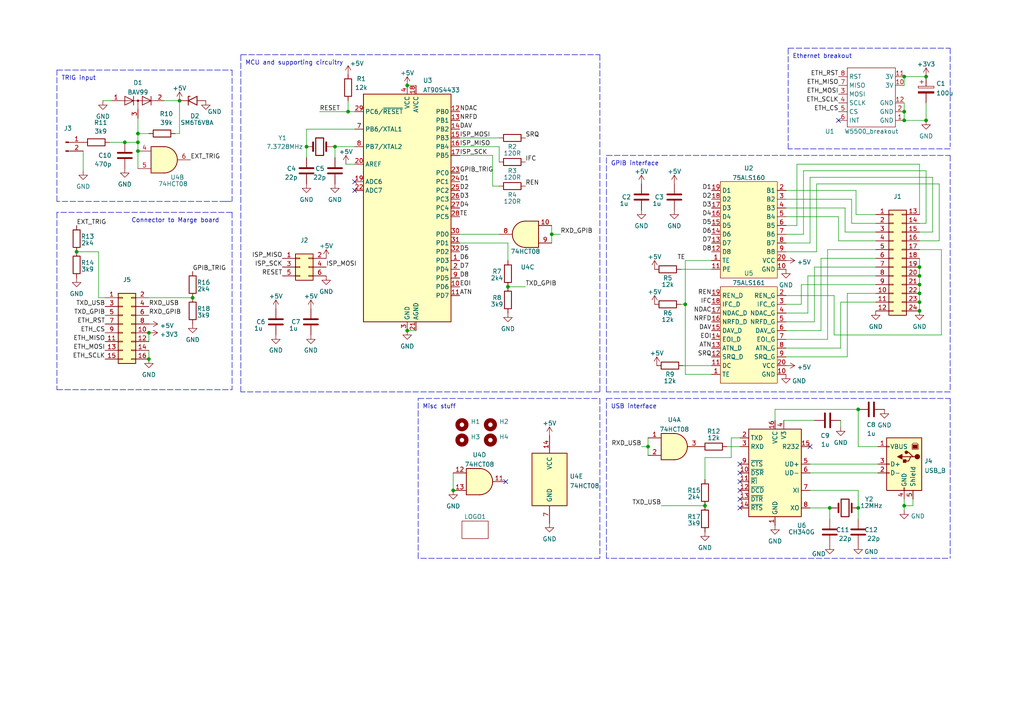
<source format=kicad_sch>
(kicad_sch (version 20211123) (generator eeschema)
  (paper "A4")
  (title_block (title "Nanovoltmeter - LISA") (date "2022-05-15") (rev "2"))
  (junction (at 43.18 96.52))
  (junction (at 266.7 90.17))
  (junction (at 266.7 85.09))
  (junction (at 268.605 34.925))
  (junction (at 55.88 86.36))
  (junction (at 97.155 42.545))
  (junction (at 240.665 147.32))
  (junction (at 248.92 147.32))
  (junction (at 262.255 146.685))
  (junction (at 187.96 129.54))
  (junction (at 36.195 41.275))
  (junction (at 131.445 142.24))
  (junction (at 262.255 32.385))
  (junction (at 198.755 88.265))
  (junction (at 88.9 42.545))
  (junction (at 266.7 77.47))
  (junction (at 160.02 67.945))
  (junction (at 262.255 34.925))
  (junction (at 40.005 41.275))
  (junction (at 266.7 82.55))
  (junction (at 40.005 43.815))
  (junction (at 100.965 32.385))
  (junction (at 266.7 87.63))
  (junction (at 147.32 83.185))
  (junction (at 118.11 95.885))
  (junction (at 118.11 24.765))
  (junction (at 262.255 22.225))
  (junction (at 266.7 80.01))
  (junction (at 22.225 73.025))
  (junction (at 40.005 38.735))
  (junction (at 52.07 29.21))
  (junction (at 204.47 146.685))
  (junction (at 268.605 22.225))
  (junction (at 248.92 118.745))
  (junction (at 43.18 104.14))
  (no_connect (at 214.63 134.62))
  (no_connect (at 214.63 137.16))
  (no_connect (at 214.63 139.7))
  (no_connect (at 214.63 142.24))
  (no_connect (at 214.63 144.78))
  (no_connect (at 214.63 147.32))
  (no_connect (at 243.205 34.925))
  (no_connect (at 234.95 129.54))
  (no_connect (at 146.685 139.7))
  (no_connect (at 102.87 55.245))
  (no_connect (at 102.87 52.705))
  (wire (pts (xy 43.18 101.6) (xy 43.18 104.14)))
  (wire (pts (xy 240.665 147.32) (xy 234.95 147.32)))
  (wire (pts (xy 100.33 47.625) (xy 102.87 47.625)))
  (wire (pts (xy 266.7 77.47) (xy 266.7 80.01)))
  (wire (pts (xy 264.795 144.78) (xy 264.795 146.685)))
  (wire (pts (xy 96.52 42.545) (xy 97.155 42.545)))
  (wire (pts (xy 266.7 87.63) (xy 266.7 90.17)))
  (polyline (pts (xy 275.59 115.57) (xy 275.59 161.925)))
  (wire (pts (xy 245.745 85.09) (xy 254 85.09)))
  (wire (pts (xy 273.05 97.155) (xy 273.05 72.39)))
  (wire (pts (xy 227.965 103.505) (xy 245.745 103.505)))
  (wire (pts (xy 160.02 67.945) (xy 160.02 70.485)))
  (wire (pts (xy 102.87 32.385) (xy 100.965 32.385)))
  (wire (pts (xy 142.875 45.085) (xy 142.875 53.975)))
  (wire (pts (xy 187.96 129.54) (xy 187.96 132.08)))
  (polyline (pts (xy 67.31 61.595) (xy 16.51 61.595)))
  (wire (pts (xy 241.935 85.725) (xy 241.935 97.155)))
  (wire (pts (xy 32.385 29.21) (xy 29.845 29.21)))
  (wire (pts (xy 187.96 127) (xy 187.96 129.54)))
  (wire (pts (xy 88.9 42.545) (xy 88.9 45.72)))
  (wire (pts (xy 262.255 32.385) (xy 262.255 34.925)))
  (wire (pts (xy 245.11 60.325) (xy 245.11 67.31)))
  (polyline (pts (xy 175.895 45.085) (xy 275.59 45.085)))
  (wire (pts (xy 43.18 96.52) (xy 43.18 99.06)))
  (wire (pts (xy 243.84 100.965) (xy 243.84 87.63)))
  (wire (pts (xy 234.95 70.485) (xy 234.95 51.435)))
  (wire (pts (xy 133.35 70.485) (xy 147.32 70.485)))
  (polyline (pts (xy 173.99 15.875) (xy 173.99 113.665)))
  (wire (pts (xy 28.575 73.025) (xy 28.575 86.36)))
  (wire (pts (xy 262.255 22.225) (xy 262.255 24.765)))
  (wire (pts (xy 43.18 86.36) (xy 55.88 86.36)))
  (polyline (pts (xy 175.895 115.57) (xy 275.59 115.57)))
  (wire (pts (xy 47.625 29.21) (xy 52.07 29.21)))
  (wire (pts (xy 248.285 62.23) (xy 254 62.23)))
  (wire (pts (xy 236.22 77.47) (xy 254 77.47)))
  (wire (pts (xy 273.05 72.39) (xy 266.7 72.39)))
  (wire (pts (xy 248.92 142.24) (xy 248.92 147.32)))
  (wire (pts (xy 197.485 78.105) (xy 206.375 78.105)))
  (wire (pts (xy 266.7 47.625) (xy 266.7 62.23)))
  (wire (pts (xy 198.755 75.565) (xy 206.375 75.565)))
  (polyline (pts (xy 228.6 13.97) (xy 275.59 13.97)))
  (wire (pts (xy 266.7 82.55) (xy 266.7 85.09)))
  (wire (pts (xy 234.315 90.805) (xy 234.315 80.01)))
  (wire (pts (xy 227.965 55.245) (xy 248.285 55.245)))
  (wire (pts (xy 142.875 53.975) (xy 144.78 53.975)))
  (wire (pts (xy 268.605 64.77) (xy 268.605 49.53)))
  (wire (pts (xy 243.84 121.92) (xy 243.84 123.825)))
  (wire (pts (xy 254 72.39) (xy 240.03 72.39)))
  (polyline (pts (xy 228.6 43.18) (xy 228.6 13.97)))
  (wire (pts (xy 133.35 40.005) (xy 144.78 40.005)))
  (wire (pts (xy 247.015 64.77) (xy 247.015 57.785)))
  (wire (pts (xy 238.125 74.93) (xy 254 74.93)))
  (wire (pts (xy 227.965 65.405) (xy 231.14 65.405)))
  (wire (pts (xy 262.255 146.685) (xy 264.795 146.685)))
  (polyline (pts (xy 65.405 58.42) (xy 16.51 58.42)))
  (wire (pts (xy 266.7 69.85) (xy 272.415 69.85)))
  (polyline (pts (xy 175.895 161.925) (xy 175.895 115.57)))
  (wire (pts (xy 272.415 53.34) (xy 236.855 53.34)))
  (polyline (pts (xy 173.99 115.57) (xy 173.99 161.925)))
  (wire (pts (xy 240.665 147.32) (xy 240.665 150.495)))
  (wire (pts (xy 243.84 87.63) (xy 254 87.63)))
  (wire (pts (xy 224.79 118.745) (xy 248.92 118.745)))
  (wire (pts (xy 234.95 137.16) (xy 254.635 137.16)))
  (wire (pts (xy 212.09 132.715) (xy 212.09 127)))
  (wire (pts (xy 241.3 147.32) (xy 240.665 147.32)))
  (wire (pts (xy 97.155 42.545) (xy 102.87 42.545)))
  (wire (pts (xy 254 64.77) (xy 247.015 64.77)))
  (wire (pts (xy 262.255 29.845) (xy 262.255 32.385)))
  (wire (pts (xy 131.445 137.16) (xy 131.445 142.24)))
  (wire (pts (xy 22.225 73.025) (xy 28.575 73.025)))
  (wire (pts (xy 31.75 41.275) (xy 36.195 41.275)))
  (wire (pts (xy 227.965 62.865) (xy 243.205 62.865)))
  (wire (pts (xy 204.47 139.065) (xy 204.47 132.715)))
  (wire (pts (xy 204.47 132.715) (xy 212.09 132.715)))
  (wire (pts (xy 236.855 73.025) (xy 227.965 73.025)))
  (polyline (pts (xy 67.31 20.32) (xy 67.31 58.42)))
  (polyline (pts (xy 175.895 113.665) (xy 175.895 45.085)))
  (wire (pts (xy 88.9 37.465) (xy 88.9 42.545)))
  (wire (pts (xy 198.755 108.585) (xy 198.755 88.265)))
  (polyline (pts (xy 173.99 161.925) (xy 121.285 161.925)))
  (wire (pts (xy 247.015 57.785) (xy 227.965 57.785)))
  (wire (pts (xy 40.005 38.735) (xy 40.005 41.275)))
  (wire (pts (xy 160.02 65.405) (xy 160.02 67.945)))
  (wire (pts (xy 198.755 88.265) (xy 198.755 75.565)))
  (wire (pts (xy 245.11 67.31) (xy 254 67.31)))
  (wire (pts (xy 232.41 82.55) (xy 254 82.55)))
  (wire (pts (xy 236.22 93.345) (xy 236.22 77.47)))
  (wire (pts (xy 227.33 121.92) (xy 236.22 121.92)))
  (wire (pts (xy 40.005 48.895) (xy 40.005 43.815)))
  (wire (pts (xy 232.41 88.265) (xy 232.41 82.55)))
  (polyline (pts (xy 16.51 113.03) (xy 67.31 113.03)))
  (wire (pts (xy 231.14 47.625) (xy 266.7 47.625)))
  (wire (pts (xy 240.03 72.39) (xy 240.03 98.425)))
  (wire (pts (xy 36.195 41.275) (xy 40.005 41.275)))
  (wire (pts (xy 262.255 22.225) (xy 268.605 22.225)))
  (wire (pts (xy 233.045 67.945) (xy 227.965 67.945)))
  (wire (pts (xy 266.7 85.09) (xy 266.7 87.63)))
  (wire (pts (xy 191.77 146.685) (xy 204.47 146.685)))
  (wire (pts (xy 240.03 98.425) (xy 227.965 98.425)))
  (wire (pts (xy 248.92 147.32) (xy 248.92 150.495)))
  (polyline (pts (xy 275.59 45.085) (xy 275.59 113.665)))
  (wire (pts (xy 133.35 67.945) (xy 144.78 67.945)))
  (polyline (pts (xy 274.955 161.925) (xy 175.895 161.925)))
  (wire (pts (xy 248.92 129.54) (xy 254.635 129.54)))
  (wire (pts (xy 236.855 53.34) (xy 236.855 73.025)))
  (wire (pts (xy 262.255 34.925) (xy 268.605 34.925)))
  (wire (pts (xy 224.79 121.92) (xy 224.79 118.745)))
  (wire (pts (xy 40.005 38.735) (xy 43.18 38.735)))
  (wire (pts (xy 160.02 67.945) (xy 162.56 67.945)))
  (wire (pts (xy 227.965 60.325) (xy 245.11 60.325)))
  (polyline (pts (xy 16.51 58.42) (xy 16.51 20.32)))
  (wire (pts (xy 238.125 95.885) (xy 238.125 74.93)))
  (wire (pts (xy 40.005 41.275) (xy 40.005 43.815)))
  (wire (pts (xy 198.12 106.045) (xy 206.375 106.045)))
  (polyline (pts (xy 69.85 113.665) (xy 69.85 15.875)))
  (polyline (pts (xy 16.51 61.595) (xy 16.51 113.03)))
  (wire (pts (xy 270.51 67.31) (xy 266.7 67.31)))
  (wire (pts (xy 144.78 42.545) (xy 144.78 46.99)))
  (wire (pts (xy 234.95 142.24) (xy 248.92 142.24)))
  (wire (pts (xy 234.315 80.01) (xy 254 80.01)))
  (polyline (pts (xy 275.59 43.18) (xy 228.6 43.18)))
  (wire (pts (xy 24.13 43.815) (xy 24.13 49.53)))
  (wire (pts (xy 40.005 34.29) (xy 40.005 38.735)))
  (wire (pts (xy 118.11 95.885) (xy 120.65 95.885)))
  (wire (pts (xy 52.07 38.735) (xy 52.07 29.21)))
  (wire (pts (xy 248.285 55.245) (xy 248.285 62.23)))
  (wire (pts (xy 270.51 51.435) (xy 270.51 67.31)))
  (wire (pts (xy 227.965 95.885) (xy 238.125 95.885)))
  (wire (pts (xy 241.935 97.155) (xy 273.05 97.155)))
  (wire (pts (xy 262.255 144.78) (xy 262.255 146.685)))
  (wire (pts (xy 245.745 103.505) (xy 245.745 85.09)))
  (wire (pts (xy 97.155 42.545) (xy 97.155 45.72)))
  (wire (pts (xy 231.14 65.405) (xy 231.14 47.625)))
  (polyline (pts (xy 275.59 13.97) (xy 275.59 42.545)))
  (wire (pts (xy 212.09 127) (xy 214.63 127)))
  (wire (pts (xy 233.045 49.53) (xy 233.045 67.945)))
  (polyline (pts (xy 67.31 61.595) (xy 67.31 113.03)))
  (wire (pts (xy 227.965 93.345) (xy 236.22 93.345)))
  (wire (pts (xy 227.965 88.265) (xy 232.41 88.265)))
  (wire (pts (xy 133.35 42.545) (xy 144.78 42.545)))
  (wire (pts (xy 227.965 100.965) (xy 243.84 100.965)))
  (polyline (pts (xy 173.99 113.665) (xy 69.85 113.665)))
  (wire (pts (xy 210.82 129.54) (xy 214.63 129.54)))
  (wire (pts (xy 50.8 38.735) (xy 52.07 38.735)))
  (wire (pts (xy 102.87 37.465) (xy 88.9 37.465)))
  (wire (pts (xy 118.11 24.765) (xy 120.65 24.765)))
  (wire (pts (xy 100.965 32.385) (xy 100.965 29.21)))
  (wire (pts (xy 266.7 64.77) (xy 268.605 64.77)))
  (wire (pts (xy 28.575 86.36) (xy 30.48 86.36)))
  (wire (pts (xy 92.71 32.385) (xy 100.965 32.385)))
  (wire (pts (xy 227.965 90.805) (xy 234.315 90.805)))
  (polyline (pts (xy 275.59 113.665) (xy 175.895 113.665)))
  (wire (pts (xy 268.605 49.53) (xy 233.045 49.53)))
  (wire (pts (xy 227.965 70.485) (xy 234.95 70.485)))
  (wire (pts (xy 243.205 69.85) (xy 254 69.85)))
  (wire (pts (xy 234.95 134.62) (xy 254.635 134.62)))
  (polyline (pts (xy 69.85 15.875) (xy 173.99 15.875)))
  (wire (pts (xy 266.7 80.01) (xy 266.7 82.55)))
  (wire (pts (xy 147.32 83.185) (xy 152.4 83.185)))
  (wire (pts (xy 268.605 29.845) (xy 268.605 34.925)))
  (wire (pts (xy 266.7 74.93) (xy 266.7 77.47)))
  (wire (pts (xy 133.35 45.085) (xy 142.875 45.085)))
  (wire (pts (xy 243.205 62.865) (xy 243.205 69.85)))
  (polyline (pts (xy 121.285 115.57) (xy 173.99 115.57)))
  (wire (pts (xy 272.415 69.85) (xy 272.415 53.34)))
  (wire (pts (xy 197.485 88.265) (xy 198.755 88.265)))
  (polyline (pts (xy 16.51 20.32) (xy 67.31 20.32)))
  (polyline (pts (xy 121.285 161.925) (xy 121.285 115.57)))
  (wire (pts (xy 262.255 146.685) (xy 262.255 147.955)))
  (wire (pts (xy 198.755 108.585) (xy 206.375 108.585)))
  (wire (pts (xy 234.95 51.435) (xy 270.51 51.435)))
  (wire (pts (xy 248.92 118.745) (xy 248.92 129.54)))
  (polyline (pts (xy 65.405 58.42) (xy 67.31 58.42)))
  (wire (pts (xy 147.32 70.485) (xy 147.32 75.565)))
  (wire (pts (xy 186.055 129.54) (xy 187.96 129.54)))
  (wire (pts (xy 227.965 85.725) (xy 241.935 85.725)))
  (text "MCU and supporting circuitry" (at 71.12 19.05 0) (effects (font (size 1.27 1.27)) (justify left bottom)))
  (text "Connector to Marge board" (at 38.1 64.77 0) (effects (font (size 1.27 1.27)) (justify left bottom)))
  (text "Misc stuff" (at 122.555 118.745 0) (effects (font (size 1.27 1.27)) (justify left bottom)))
  (text "USB interface" (at 177.165 118.745 0) (effects (font (size 1.27 1.27)) (justify left bottom)))
  (text "TRIG input" (at 17.78 23.495 0) (effects (font (size 1.27 1.27)) (justify left bottom)))
  (text "Ethernet breakout" (at 229.87 17.145 0) (effects (font (size 1.27 1.27)) (justify left bottom)))
  (text "GPIB interface" (at 177.165 48.26 0) (effects (font (size 1.27 1.27)) (justify left bottom)))
  (label "ETH_CS" (at 243.205 32.385 180))
  (label "D1" (at 206.375 55.245 180))
  (label "ISP_MISO" (at 81.915 74.93 180))
  (label "ISP_MOSI" (at 133.35 40.005 0))
  (label "ISP_MOSI" (at 94.615 77.47 0))
  (label "GPIB_TRIG" (at 133.35 50.165 0))
  (label "D8" (at 133.35 80.645 0))
  (label "TXD_USB" (at 30.48 88.9 180))
  (label "RXD_USB" (at 43.18 88.9 0))
  (label "TE" (at 133.35 62.865 0))
  (label "D6" (at 133.35 75.565 0))
  (label "DAV" (at 133.35 37.465 0))
  (label "TXD_USB" (at 191.77 146.685 180))
  (label "ISP_SCK" (at 133.35 45.085 0))
  (label "D6" (at 206.375 67.945 180))
  (label "SRQ" (at 206.375 103.505 180))
  (label "RXD_GPIB" (at 162.56 67.945 0))
  (label "D4" (at 133.35 60.325 0))
  (label "ATN" (at 133.35 85.725 0))
  (label "NRFD" (at 206.375 93.345 180))
  (label "ETH_SCLK" (at 243.205 29.845 180))
  (label "ETH_CS" (at 30.48 96.52 180))
  (label "SRQ" (at 152.4 40.005 0))
  (label "D7" (at 133.35 78.105 0))
  (label "GPIB_TRIG" (at 55.88 78.74 0))
  (label "IFC" (at 206.375 88.265 180))
  (label "D2" (at 133.35 55.245 0))
  (label "ETH_MISO" (at 30.48 99.06 180))
  (label "D2" (at 206.375 57.785 180))
  (label "RXD_USB" (at 186.055 129.54 180))
  (label "NRFD" (at 133.35 34.925 0))
  (label "ETH_RST" (at 243.205 22.225 180))
  (label "EOI" (at 133.35 83.185 0))
  (label "ETH_SCLK" (at 30.48 104.14 180))
  (label "REN" (at 152.4 53.975 0))
  (label "TXD_GPIB" (at 152.4 83.185 0))
  (label "D7" (at 206.375 70.485 180))
  (label "D5" (at 133.35 73.025 0))
  (label "RESET" (at 81.915 80.01 180))
  (label "RESET" (at 92.71 32.385 0))
  (label "D5" (at 206.375 65.405 180))
  (label "IFC" (at 152.4 46.99 0))
  (label "ATN" (at 206.375 100.965 180))
  (label "ISP_SCK" (at 81.915 77.47 180))
  (label "REN" (at 206.375 85.725 180))
  (label "D8" (at 206.375 73.025 180))
  (label "EXT_TRIG" (at 22.225 65.405 0))
  (label "EXT_TRIG" (at 55.245 46.355 0))
  (label "ISP_MISO" (at 133.35 42.545 0))
  (label "DAV" (at 206.375 95.885 180))
  (label "RXD_GPIB" (at 43.18 91.44 0))
  (label "ETH_MOSI" (at 243.205 27.305 180))
  (label "D3" (at 206.375 60.325 180))
  (label "ETH_MISO" (at 243.205 24.765 180))
  (label "D4" (at 206.375 62.865 180))
  (label "D1" (at 133.35 52.705 0))
  (label "NDAC" (at 206.375 90.805 180))
  (label "ETH_MOSI" (at 30.48 101.6 180))
  (label "D3" (at 133.35 57.785 0))
  (label "EOI" (at 206.375 98.425 180))
  (label "NDAC" (at 133.35 32.385 0))
  (label "ETH_RST" (at 30.48 93.98 180))
  (label "TXD_GPIB" (at 30.48 91.44 180))
  (label "TE" (at 198.755 75.565 180))
  (symbol (lib_id "Connector_Generic:Conn_02x03_Odd_Even") (at 86.995 77.47 0) (unit 1)
    (property "Reference" "J2" (at 88.265 69.6935 0))
    (property "Value" "IDC_6pin" (effects hide))
    (property "Footprint" "Connector_IDC:IDC-Header_2x03_P2.54mm_Vertical" (effects hide))
    (property "supplier" "TME" (effects hide))
    (property "PN" "75869-331LF" (effects hide))
  )
  (symbol (lib_id "Interface_USB:CH340G") (at 224.79 137.16 0) (mirror y) (unit 1)
    (property "Reference" "U6" (at 231.14 152.4 0) (effects (justify right)))
    (property "Value" "CH340G" (at 228.6 154.305 0) (effects (justify right)))
    (property "Footprint" "Package_SO:SOIC-16_3.9x9.9mm_P1.27mm" (effects hide))
    (property "Datasheet" "http://www.datasheet5.com/pdf-local-2195953" (effects hide))
    (property "supplier" "LCSC" (effects hide))
    (property "PN" "CH340G" (effects hide))
  )
  (symbol (lib_id "Device:R") (at 148.59 53.975 90) (unit 1)
    (property "Reference" "R4" (at 148.59 56.515 90))
    (property "Value" "120R" (at 148.59 58.42 90))
    (property "Footprint" "Resistor_SMD:R_MiniMELF_MMA-0204" (effects hide))
    (property "supplier" "TME" (effects hide))
    (property "PN" "MMA02040C1200" (effects hide))
  )
  (symbol (lib_id "power:GND") (at 22.225 80.645 0) (mirror y) (unit 1)
    (property "Reference" "#PWR034" (effects hide))
    (property "Value" "GND" (at 22.225 85.2075 0))
  )
  (symbol (lib_id "power:+3V3") (at 43.18 96.52 270) (unit 1)
    (property "Reference" "#PWR041" (effects hide))
    (property "Value" "+3V3" (at 46.355 96.999 90) (effects (justify left)))
  )
  (symbol (lib_id "power:GND") (at 80.01 97.155 0) (unit 1)
    (property "Reference" "#PWR026" (effects hide))
    (property "Value" "GND" (at 80.01 101.6 0))
  )
  (symbol (lib_id "Connector:USB_B") (at 262.255 134.62 0) (mirror y) (unit 1)
    (property "Reference" "J4" (at 268.097 133.7115 0) (effects (justify right)))
    (property "Value" "USB_B" (at 268.097 136.4866 0) (effects (justify right)))
    (property "Footprint" "Connector_USB:USB_B_Lumberg_2411_02_Horizontal" (effects hide))
    (property "Datasheet" " ~" (effects hide))
    (property "supplier" "TME" (effects hide))
    (property "PN" "TUEB4F2D0B" (effects hide))
  )
  (symbol (lib_id "Device:R") (at 147.32 86.995 0) (mirror x) (unit 1)
    (property "Reference" "R8" (at 144.145 86.36 0))
    (property "Value" "3k9" (at 144.145 88.265 0))
    (property "Footprint" "Resistor_SMD:R_MiniMELF_MMA-0204" (effects hide))
    (property "supplier" "TME" (effects hide))
    (property "PN" "MMA02040C3902" (effects hide))
  )
  (symbol (lib_id "MCU_Microchip_ATmega:ATmega8A-A") (at 118.11 60.325 0) (unit 1)
    (property "Reference" "U3" (at 122.6694 23.3385 0) (effects (justify left)))
    (property "Value" "AT90S4433" (at 122.6694 26.1136 0) (effects (justify left)))
    (property "Footprint" "Package_QFP:TQFP-32_7x7mm_P0.8mm" (effects hide))
    (property "Datasheet" "http://ww1.microchip.com/downloads/en/DeviceDoc/Microchip%208bit%20mcu%20AVR%20ATmega8A%20data%20sheet%2040001974A.pdf" (effects hide))
    (property "comment" "possible to use Atmega8" (effects hide))
    (property "supplier" "NA" (effects hide))
    (property "PN" "AT90S4433" (effects hide))
  )
  (symbol (lib_id "power:GND") (at 240.665 158.115 0) (mirror y) (unit 1)
    (property "Reference" "#PWR042" (effects hide))
    (property "Value" "GND" (at 237.49 160.655 0))
  )
  (symbol (lib_id "Device:R") (at 148.59 40.005 90) (unit 1)
    (property "Reference" "R2" (at 148.59 42.545 90))
    (property "Value" "120R" (at 148.59 44.45 90))
    (property "Footprint" "Resistor_SMD:R_MiniMELF_MMA-0204" (effects hide))
    (property "supplier" "TME" (effects hide))
    (property "PN" "MMA02040C1200" (effects hide))
  )
  (symbol (lib_id "Device:R") (at 207.01 129.54 90) (mirror x) (unit 1)
    (property "Reference" "R12" (at 207.01 125.095 90))
    (property "Value" "12k" (at 207.01 127 90))
    (property "Footprint" "Resistor_SMD:R_MiniMELF_MMA-0204" (effects hide))
    (property "supplier" "TME" (effects hide))
    (property "PN" "MMA02040C1203" (effects hide))
  )
  (symbol (lib_id "power:+5V") (at 190.5 106.045 0) (unit 1)
    (property "Reference" "#PWR024" (effects hide))
    (property "Value" "+5V" (at 190.5 102.4405 0))
  )
  (symbol (lib_id "Device:R") (at 147.32 79.375 0) (mirror x) (unit 1)
    (property "Reference" "R7" (at 144.145 78.74 0))
    (property "Value" "2k4" (at 144.145 80.645 0))
    (property "Footprint" "Resistor_SMD:R_MiniMELF_MMA-0204" (effects hide))
    (property "supplier" "TME" (effects hide))
    (property "PN" "MMA02040C2402" (effects hide))
  )
  (symbol (lib_id "power:+5V") (at 94.615 74.93 0) (unit 1)
    (property "Reference" "#PWR015" (effects hide))
    (property "Value" "+5V" (at 94.615 71.3255 0))
  )
  (symbol (lib_id "power:GND") (at 131.445 142.24 0) (unit 1)
    (property "Reference" "#PWR046" (effects hide))
    (property "Value" "GND" (at 131.445 146.8025 0))
  )
  (symbol (lib_id "Connector:Conn_01x02_Male") (at 19.05 41.275 0) (unit 1)
    (property "Reference" "J3" (at 19.685 37.2323 0))
    (property "Value" "Conn_01x02_Male" (effects hide))
    (property "Footprint" "Connector_Molex:Molex_KK-254_AE-6410-02A_1x02_P2.54mm_Vertical" (effects hide))
    (property "supplier" "TME" (effects hide))
    (property "PN" "NS25-W2P" (effects hide))
  )
  (symbol (lib_id "power:GND") (at 159.385 151.765 0) (unit 1)
    (property "Reference" "#PWR047" (effects hide))
    (property "Value" "GND" (at 159.385 156.3275 0))
  )
  (symbol (lib_id "power:GND") (at 59.69 29.21 0) (unit 1)
    (property "Reference" "#PWR0101" (effects hide))
    (property "Value" "GND" (at 62.23 32.385 0))
  )
  (symbol (lib_id "power:GND") (at 90.17 97.155 0) (unit 1)
    (property "Reference" "#PWR027" (effects hide))
    (property "Value" "GND" (at 90.17 101.6 0))
  )
  (symbol (lib_id "Mechanical:MountingHole") (at 142.24 123.19 0) (unit 1)
    (property "Reference" "H2" (at 144.78 122.2815 0) (effects (justify left)))
    (property "Value" "MountingHole" (effects hide))
    (property "Footprint" "MountingHole:MountingHole_3.2mm_M3_DIN965_Pad" (effects hide))
    (property "link" "DNP" (effects hide))
  )
  (symbol (lib_id "power:+5V") (at 189.865 88.265 0) (unit 1)
    (property "Reference" "#PWR016" (effects hide))
    (property "Value" "+5V" (at 189.865 84.6605 0))
  )
  (symbol (lib_id "74xx:74LS08") (at 139.065 139.7 0) (unit 4)
    (property "Reference" "U4" (at 139.065 131.9235 0))
    (property "Value" "74HCT08" (at 139.065 134.6986 0))
    (property "Footprint" "Package_SO:TSSOP-14_4.4x5mm_P0.65mm" (effects hide))
    (property "Datasheet" "http://www.ti.com/lit/gpn/sn74LS08" (effects hide))
    (property "supplier" "TME" (effects hide))
    (property "PN" "74HCT08PW.112" (effects hide))
  )
  (symbol (lib_id "power:GND") (at 204.47 154.305 0) (unit 1)
    (property "Reference" "#PWR038" (effects hide))
    (property "Value" "GND" (at 204.47 158.8675 0))
  )
  (symbol (lib_id "power:GND") (at 262.255 147.955 0) (unit 1)
    (property "Reference" "#PWR036" (effects hide))
    (property "Value" "GND" (at 264.16 149.704 0) (effects (justify left)))
  )
  (symbol (lib_id "Device:Crystal") (at 92.71 42.545 0) (unit 1)
    (property "Reference" "Y1" (at 81.915 40.005 0))
    (property "Value" "7.3728MHz" (at 82.55 42.545 0))
    (property "Footprint" "Crystal:Crystal_SMD_HC49-SD" (effects hide))
    (property "PN" "7.372M-SMDHC49S " (effects hide))
    (property "supplier" "TME" (effects hide))
  )
  (symbol (lib_id "power:GND") (at 55.88 93.98 0) (mirror y) (unit 1)
    (property "Reference" "#PWR040" (effects hide))
    (property "Value" "GND" (at 55.88 98.5425 0))
  )
  (symbol (lib_id "power:+5V") (at 100.33 47.625 0) (unit 1)
    (property "Reference" "#PWR07" (effects hide))
    (property "Value" "+5V" (at 100.33 44.0205 0))
  )
  (symbol (lib_id "j_lib:75161") (at 216.535 97.155 0) (unit 1)
    (property "Reference" "U5" (at 217.17 79.2693 0))
    (property "Value" "75ALS161" (at 217.17 82.0444 0))
    (property "Footprint" "Package_SO:SOIC-20W_7.5x12.8mm_P1.27mm" (effects hide))
    (property "supplier" "MOUSER" (effects hide))
    (property "PN" "SN75ALS161DW " (effects hide))
  )
  (symbol (lib_id "Device:R") (at 204.47 142.875 0) (mirror x) (unit 1)
    (property "Reference" "R15" (at 201.295 142.24 0))
    (property "Value" "2k4" (at 201.295 144.145 0))
    (property "Footprint" "Resistor_SMD:R_MiniMELF_MMA-0204" (effects hide))
    (property "supplier" "TME" (effects hide))
    (property "PN" "MMA02040C2402" (effects hide))
  )
  (symbol (lib_id "Connector_Generic:Conn_02x12_Top_Bottom") (at 259.08 74.93 0) (unit 1)
    (property "Reference" "J1" (at 260.35 56.9935 0))
    (property "Value" "Centronics 24, socket" (effects hide))
    (property "Footprint" "j_lib:CENTR_24P_F" (effects hide))
    (property "link" "https://www.aliexpress.com/item/32795413098.html" (effects hide))
  )
  (symbol (lib_id "74xx:74LS08") (at 47.625 46.355 0) (unit 2)
    (property "Reference" "U4" (at 51.435 51.435 0))
    (property "Value" "74HCT08" (at 50.165 53.34 0))
    (property "Footprint" "Package_SO:TSSOP-14_4.4x5mm_P0.65mm" (effects hide))
    (property "Datasheet" "http://www.ti.com/lit/gpn/sn74LS08" (effects hide))
    (property "supplier" "TME" (effects hide))
    (property "PN" "74HCT08PW.112" (effects hide))
  )
  (symbol (lib_id "power:+5V") (at 100.965 21.59 0) (unit 1)
    (property "Reference" "#PWR02" (effects hide))
    (property "Value" "+5V" (at 103.505 18.415 0))
  )
  (symbol (lib_id "Device:C") (at 195.58 57.15 0) (mirror x) (unit 1)
    (property "Reference" "C3" (at 189.865 57.15 0) (effects (justify left)))
    (property "Value" "1u" (at 189.23 59.055 0) (effects (justify left)))
    (property "Footprint" "Capacitor_SMD:C_0805_2012Metric_Pad1.18x1.45mm_HandSolder" (effects hide))
    (property "supplier" "TME" (effects hide))
    (property "PN" "CL21B105KAFNNNG" (effects hide))
  )
  (symbol (lib_id "power:GND") (at 195.58 60.96 0) (unit 1)
    (property "Reference" "#PWR09" (effects hide))
    (property "Value" "GND" (at 195.58 65.5225 0))
  )
  (symbol (lib_id "power:+5V") (at 195.58 53.34 0) (unit 1)
    (property "Reference" "#PWR06" (effects hide))
    (property "Value" "+5V" (at 195.58 49.7355 0))
  )
  (symbol (lib_id "j_lib:W5500_bo") (at 252.73 28.575 0) (unit 1)
    (property "Reference" "U1" (at 240.665 38.1 0))
    (property "Value" "W5500_breakout" (at 252.73 38.1 0))
    (property "Footprint" "j_lib:W5500_bo" (effects hide))
    (property "link" "W5500 breakout" (effects hide))
  )
  (symbol (lib_id "power:GND") (at 97.155 53.34 0) (unit 1)
    (property "Reference" "#PWR011" (effects hide))
    (property "Value" "GND" (at 97.155 57.9025 0))
  )
  (symbol (lib_id "power:GND") (at 254 90.17 0) (unit 1)
    (property "Reference" "#PWR018" (effects hide))
    (property "Value" "GND" (at 254 94.7325 0))
  )
  (symbol (lib_id "power:GND") (at 248.92 158.115 0) (mirror y) (unit 1)
    (property "Reference" "#PWR043" (effects hide))
    (property "Value" "GND" (at 252.73 160.02 0))
  )
  (symbol (lib_id "Device:R") (at 193.675 78.105 90) (unit 1)
    (property "Reference" "R5" (at 193.675 80.645 90))
    (property "Value" "12k" (at 193.675 82.55 90))
    (property "Footprint" "Resistor_SMD:R_MiniMELF_MMA-0204" (effects hide))
    (property "supplier" "TME" (effects hide))
    (property "PN" "MMA02040C1203" (effects hide))
  )
  (symbol (lib_id "Device:R") (at 193.675 88.265 90) (unit 1)
    (property "Reference" "R6" (at 193.675 90.805 90))
    (property "Value" "12k" (at 193.675 92.71 90))
    (property "Footprint" "Resistor_SMD:R_MiniMELF_MMA-0204" (effects hide))
    (property "supplier" "TME" (effects hide))
    (property "PN" "MMA02040C1203" (effects hide))
  )
  (symbol (lib_id "Device:C") (at 97.155 49.53 0) (unit 1)
    (property "Reference" "C5" (at 91.44 48.895 0) (effects (justify left)))
    (property "Value" "22p" (at 90.805 51.435 0) (effects (justify left)))
    (property "Footprint" "Capacitor_SMD:C_0805_2012Metric_Pad1.18x1.45mm_HandSolder" (effects hide))
    (property "supplier" "TME" (effects hide))
    (property "PN" "VJ0805A220JXACW1BC" (effects hide))
  )
  (symbol (lib_id "Diode:BAV99") (at 40.005 29.21 0) (unit 1)
    (property "Reference" "D1" (at 40.005 23.9989 0))
    (property "Value" "BAV99" (at 40.005 26.774 0))
    (property "Footprint" "Package_TO_SOT_SMD:SOT-23" (effects hide))
    (property "Datasheet" "https://assets.nexperia.com/documents/data-sheet/BAV99_SER.pdf" (effects hide))
    (property "supplier" "TME" (effects hide))
    (property "PN" "BAV99" (effects hide))
  )
  (symbol (lib_id "power:+5V") (at 189.865 78.105 0) (unit 1)
    (property "Reference" "#PWR013" (effects hide))
    (property "Value" "+5V" (at 189.865 74.5005 0))
  )
  (symbol (lib_id "power:+3V3") (at 268.605 22.225 0) (unit 1)
    (property "Reference" "#PWR01" (effects hide))
    (property "Value" "+3V3" (at 268.605 18.6205 0))
  )
  (symbol (lib_id "Device:C") (at 240.03 121.92 90) (mirror x) (unit 1)
    (property "Reference" "C9" (at 240.665 126.365 90) (effects (justify left)))
    (property "Value" "1u" (at 240.665 128.905 90) (effects (justify left)))
    (property "Footprint" "Capacitor_SMD:C_0805_2012Metric_Pad1.18x1.45mm_HandSolder" (effects hide))
    (property "supplier" "TME" (effects hide))
    (property "PN" "CL21B105KAFNNNG" (effects hide))
  )
  (symbol (lib_id "power:GND") (at 266.7 90.17 0) (unit 1)
    (property "Reference" "#PWR019" (effects hide))
    (property "Value" "GND" (at 266.7 94.7325 0))
  )
  (symbol (lib_id "Mechanical:MountingHole") (at 133.985 127.635 0) (unit 1)
    (property "Reference" "H3" (at 136.525 126.7265 0) (effects (justify left)))
    (property "Value" "MountingHole" (effects hide))
    (property "Footprint" "MountingHole:MountingHole_3.2mm_M3_DIN965_Pad" (effects hide))
    (property "link" "DNP" (effects hide))
  )
  (symbol (lib_id "power:GND") (at 88.9 53.34 0) (unit 1)
    (property "Reference" "#PWR010" (effects hide))
    (property "Value" "GND" (at 88.9 57.9025 0))
  )
  (symbol (lib_id "power:GND") (at 24.13 49.53 0) (unit 1)
    (property "Reference" "#PWR033" (effects hide))
    (property "Value" "GND" (at 24.13 54.0925 0))
  )
  (symbol (lib_id "Diode:SM6T6V8A") (at 55.88 29.21 0) (unit 1)
    (property "Reference" "D2" (at 56.515 33.655 0))
    (property "Value" "SM6T6V8A" (at 57.15 35.56 0))
    (property "Footprint" "Diode_SMD:D_SMB" (effects hide))
    (property "Datasheet" "https://www.st.com/resource/en/datasheet/sm6t.pdf" (effects hide))
    (property "supplier" "TME" (effects hide))
    (property "PN" "SM6T6V8A" (effects hide))
  )
  (symbol (lib_id "Device:R") (at 22.225 76.835 180) (unit 1)
    (property "Reference" "R14" (at 25.4 76.2 0))
    (property "Value" "3k9" (at 25.4 78.105 0))
    (property "Footprint" "Resistor_SMD:R_MiniMELF_MMA-0204" (effects hide))
    (property "supplier" "TME" (effects hide))
    (property "PN" "MMA02040C3902" (effects hide))
  )
  (symbol (lib_id "Device:C") (at 88.9 49.53 0) (unit 1)
    (property "Reference" "C4" (at 83.185 48.895 0) (effects (justify left)))
    (property "Value" "22p" (at 82.55 51.435 0) (effects (justify left)))
    (property "Footprint" "Capacitor_SMD:C_0805_2012Metric_Pad1.18x1.45mm_HandSolder" (effects hide))
    (property "supplier" "TME" (effects hide))
    (property "PN" "VJ0805A220JXACW1BC" (effects hide))
  )
  (symbol (lib_id "power:GND") (at 36.195 48.895 0) (unit 1)
    (property "Reference" "#PWR035" (effects hide))
    (property "Value" "GND" (at 36.195 53.4575 0))
  )
  (symbol (lib_id "74xx:74LS08") (at 195.58 129.54 0) (unit 1)
    (property "Reference" "U4" (at 195.58 121.7635 0))
    (property "Value" "74HCT08" (at 195.58 124.5386 0))
    (property "Footprint" "Package_SO:TSSOP-14_4.4x5mm_P0.65mm" (effects hide))
    (property "Datasheet" "http://www.ti.com/lit/gpn/sn74LS08" (effects hide))
    (property "supplier" "TME" (effects hide))
    (property "PN" "74HCT08PW.112" (effects hide))
  )
  (symbol (lib_id "power:+5V") (at 186.055 53.34 0) (unit 1)
    (property "Reference" "#PWR05" (effects hide))
    (property "Value" "+5V" (at 186.055 49.7355 0))
  )
  (symbol (lib_id "Device:C") (at 186.055 57.15 0) (mirror x) (unit 1)
    (property "Reference" "C2" (at 180.34 57.15 0) (effects (justify left)))
    (property "Value" "1u" (at 179.705 59.055 0) (effects (justify left)))
    (property "Footprint" "Capacitor_SMD:C_0805_2012Metric_Pad1.18x1.45mm_HandSolder" (effects hide))
    (property "supplier" "TME" (effects hide))
    (property "PN" "CL21B105KAFNNNG" (effects hide))
  )
  (symbol (lib_id "Device:C") (at 36.195 45.085 0) (mirror y) (unit 1)
    (property "Reference" "C10" (at 32.385 45.085 0) (effects (justify left)))
    (property "Value" "470p" (at 32.385 47.625 0) (effects (justify left)))
    (property "Footprint" "Capacitor_SMD:C_0805_2012Metric_Pad1.18x1.45mm_HandSolder" (effects hide))
    (property "supplier" "TME" (effects hide))
    (property "PN" "VJ0805Y471KXACW1BC" (effects hide))
  )
  (symbol (lib_id "power:GND") (at 29.845 29.21 0) (unit 1)
    (property "Reference" "#PWR029" (effects hide))
    (property "Value" "GND" (at 29.845 33.7725 0))
  )
  (symbol (lib_id "74xx:74LS08") (at 159.385 139.065 0) (unit 5)
    (property "Reference" "U4" (at 165.227 138.1565 0) (effects (justify left)))
    (property "Value" "74HCT08" (at 165.227 140.9316 0) (effects (justify left)))
    (property "Footprint" "Package_SO:TSSOP-14_4.4x5mm_P0.65mm" (effects hide))
    (property "Datasheet" "http://www.ti.com/lit/gpn/sn74LS08" (effects hide))
    (property "supplier" "TME" (effects hide))
    (property "PN" "74HCT08PW.112" (effects hide))
  )
  (symbol (lib_id "power:GND") (at 268.605 34.925 0) (unit 1)
    (property "Reference" "#PWR04" (effects hide))
    (property "Value" "GND" (at 268.605 39.4875 0))
  )
  (symbol (lib_id "Device:R") (at 204.47 150.495 0) (mirror x) (unit 1)
    (property "Reference" "R17" (at 201.295 149.86 0))
    (property "Value" "3k9" (at 201.295 151.765 0))
    (property "Footprint" "Resistor_SMD:R_MiniMELF_MMA-0204" (effects hide))
    (property "supplier" "TME" (effects hide))
    (property "PN" "MMA02040C3902" (effects hide))
  )
  (symbol (lib_id "j_lib:logo_generic") (at 137.795 153.67 0) (unit 1)
    (property "Reference" "LOGO1" (at 134.62 149.86 0) (effects (justify left)))
    (property "Value" "PCB logo" (effects hide))
    (property "Footprint" "j_lib:logo_rpg7x9" (effects hide))
    (property "link" "DNP" (effects hide))
  )
  (symbol (lib_id "Device:C") (at 80.01 93.345 0) (mirror x) (unit 1)
    (property "Reference" "C6" (at 74.295 93.345 0) (effects (justify left)))
    (property "Value" "1u" (at 73.66 95.25 0) (effects (justify left)))
    (property "Footprint" "Capacitor_SMD:C_0805_2012Metric_Pad1.18x1.45mm_HandSolder" (effects hide))
    (property "supplier" "TME" (effects hide))
    (property "PN" "CL21B105KAFNNNG" (effects hide))
  )
  (symbol (lib_id "power:GND") (at 43.18 104.14 0) (unit 1)
    (property "Reference" "#PWR045" (effects hide))
    (property "Value" "GND" (at 43.18 108.7025 0))
  )
  (symbol (lib_id "power:GND") (at 224.79 152.4 0) (unit 1)
    (property "Reference" "#PWR037" (effects hide))
    (property "Value" "GND" (at 224.79 156.9625 0))
  )
  (symbol (lib_id "74xx:74LS08") (at 152.4 67.945 180) (unit 3)
    (property "Reference" "U4" (at 153.035 77.47 0))
    (property "Value" "74HCT08" (at 152.4 72.9464 0))
    (property "Footprint" "Package_SO:TSSOP-14_4.4x5mm_P0.65mm" (effects hide))
    (property "Datasheet" "http://www.ti.com/lit/gpn/sn74LS08" (effects hide))
    (property "supplier" "TME" (effects hide))
    (property "PN" "74HCT08PW.112" (effects hide))
  )
  (symbol (lib_id "Device:R") (at 194.31 106.045 90) (unit 1)
    (property "Reference" "R9" (at 194.31 108.585 90))
    (property "Value" "12k" (at 194.31 110.49 90))
    (property "Footprint" "Resistor_SMD:R_MiniMELF_MMA-0204" (effects hide))
    (property "supplier" "TME" (effects hide))
    (property "PN" "MMA02040C1203" (effects hide))
  )
  (symbol (lib_id "Connector_Generic:Conn_02x08_Odd_Even") (at 35.56 93.98 0) (unit 1)
    (property "Reference" "J5" (at 36.83 81.1235 0))
    (property "Value" "IDC_16" (effects hide))
    (property "Footprint" "Connector_IDC:IDC-Header_2x08_P2.54mm_Vertical" (effects hide))
    (property "supplier" "TME" (effects hide))
    (property "PN" "T821-1-16-S1" (effects hide))
  )
  (symbol (lib_id "power:GND") (at 227.965 78.105 0) (unit 1)
    (property "Reference" "#PWR014" (effects hide))
    (property "Value" "GND" (at 227.965 82.6675 0))
  )
  (symbol (lib_id "power:+5V") (at 118.11 24.765 0) (unit 1)
    (property "Reference" "#PWR03" (effects hide))
    (property "Value" "+5V" (at 118.11 21.1605 0))
  )
  (symbol (lib_id "Device:C_Polarized") (at 268.605 26.035 0) (unit 1)
    (property "Reference" "C1" (at 271.526 24.2375 0) (effects (justify left)))
    (property "Value" "100u" (at 271.526 27.0126 0) (effects (justify left)))
    (property "Footprint" "Capacitor_Tantalum_SMD:CP_EIA-7132-28_AVX-C_Pad2.72x3.50mm_HandSolder" (effects hide))
    (property "supplier" "TME" (effects hide))
    (property "PN" "T491C107K010AT" (effects hide))
  )
  (symbol (lib_id "Device:C") (at 248.92 154.305 0) (mirror y) (unit 1)
    (property "Reference" "C12" (at 254.635 153.67 0) (effects (justify left)))
    (property "Value" "22p" (at 255.27 156.21 0) (effects (justify left)))
    (property "Footprint" "Capacitor_SMD:C_0805_2012Metric_Pad1.18x1.45mm_HandSolder" (effects hide))
    (property "supplier" "TME" (effects hide))
    (property "PN" "VJ0805A220JXACW1BC" (effects hide))
  )
  (symbol (lib_id "Device:C") (at 90.17 93.345 0) (mirror x) (unit 1)
    (property "Reference" "C7" (at 84.455 93.345 0) (effects (justify left)))
    (property "Value" "1u" (at 83.82 95.25 0) (effects (justify left)))
    (property "Footprint" "Capacitor_SMD:C_0805_2012Metric_Pad1.18x1.45mm_HandSolder" (effects hide))
    (property "supplier" "TME" (effects hide))
    (property "PN" "CL21B105KAFNNNG" (effects hide))
  )
  (symbol (lib_id "power:GND") (at 227.965 108.585 0) (unit 1)
    (property "Reference" "#PWR028" (effects hide))
    (property "Value" "GND" (at 231.775 110.49 0))
  )
  (symbol (lib_id "Device:R") (at 55.88 90.17 180) (unit 1)
    (property "Reference" "R18" (at 59.055 89.535 0))
    (property "Value" "3k9" (at 59.055 91.44 0))
    (property "Footprint" "Resistor_SMD:R_MiniMELF_MMA-0204" (effects hide))
    (property "supplier" "TME" (effects hide))
    (property "PN" "MMA02040C3902" (effects hide))
  )
  (symbol (lib_id "Device:Crystal") (at 245.11 147.32 0) (mirror y) (unit 1)
    (property "Reference" "Y2" (at 252.095 144.78 0))
    (property "Value" "12MHz" (at 252.73 146.685 0))
    (property "Footprint" "Crystal:Crystal_SMD_HC49-SD" (effects hide))
    (property "PN" "12.00M-SMDHC49S" (effects hide))
    (property "supplier" "TME" (effects hide))
  )
  (symbol (lib_id "power:+5V") (at 90.17 89.535 0) (unit 1)
    (property "Reference" "#PWR021" (effects hide))
    (property "Value" "+5V" (at 90.17 85.9305 0))
  )
  (symbol (lib_id "power:+5V") (at 227.965 106.045 270) (unit 1)
    (property "Reference" "#PWR025" (effects hide))
    (property "Value" "+5V" (at 231.14 106.524 90) (effects (justify left)))
  )
  (symbol (lib_id "Device:R") (at 22.225 69.215 180) (unit 1)
    (property "Reference" "R13" (at 25.4 68.58 0))
    (property "Value" "2k4" (at 25.4 70.485 0))
    (property "Footprint" "Resistor_SMD:R_MiniMELF_MMA-0204" (effects hide))
    (property "supplier" "TME" (effects hide))
    (property "PN" "MMA02040C2402" (effects hide))
  )
  (symbol (lib_id "power:GND") (at 186.055 60.96 0) (unit 1)
    (property "Reference" "#PWR08" (effects hide))
    (property "Value" "GND" (at 186.055 65.5225 0))
  )
  (symbol (lib_id "power:GND") (at 243.84 123.825 0) (unit 1)
    (property "Reference" "#PWR032" (effects hide))
    (property "Value" "GND" (at 243.84 128.3875 0))
  )
  (symbol (lib_id "Device:C") (at 240.665 154.305 0) (mirror y) (unit 1)
    (property "Reference" "C11" (at 246.38 153.67 0) (effects (justify left)))
    (property "Value" "22p" (at 247.015 156.21 0) (effects (justify left)))
    (property "Footprint" "Capacitor_SMD:C_0805_2012Metric_Pad1.18x1.45mm_HandSolder" (effects hide))
    (property "supplier" "TME" (effects hide))
    (property "PN" "VJ0805A220JXACW1BC" (effects hide))
  )
  (symbol (lib_id "Device:R") (at 46.99 38.735 90) (mirror x) (unit 1)
    (property "Reference" "R10" (at 48.26 33.02 90))
    (property "Value" "39k" (at 48.26 35.56 90))
    (property "Footprint" "Resistor_SMD:R_MiniMELF_MMA-0204" (effects hide))
    (property "supplier" "TME" (effects hide))
    (property "PN" "MMA02040C3903" (effects hide))
  )
  (symbol (lib_id "Device:C") (at 252.73 118.745 90) (mirror x) (unit 1)
    (property "Reference" "C8" (at 254 123.19 90) (effects (justify left)))
    (property "Value" "1u" (at 254 125.73 90) (effects (justify left)))
    (property "Footprint" "Capacitor_SMD:C_0805_2012Metric_Pad1.18x1.45mm_HandSolder" (effects hide))
    (property "supplier" "TME" (effects hide))
    (property "PN" "CL21B105KAFNNNG" (effects hide))
  )
  (symbol (lib_id "Mechanical:MountingHole") (at 133.985 123.19 0) (unit 1)
    (property "Reference" "H1" (at 136.525 122.2815 0) (effects (justify left)))
    (property "Value" "MountingHole" (effects hide))
    (property "Footprint" "MountingHole:MountingHole_3.2mm_M3_DIN965_Pad" (effects hide))
    (property "link" "DNP" (effects hide))
  )
  (symbol (lib_id "Device:R") (at 148.59 46.99 90) (unit 1)
    (property "Reference" "R3" (at 148.59 49.53 90))
    (property "Value" "120R" (at 148.59 51.435 90))
    (property "Footprint" "Resistor_SMD:R_MiniMELF_MMA-0204" (effects hide))
    (property "supplier" "TME" (effects hide))
    (property "PN" "MMA02040C1200" (effects hide))
  )
  (symbol (lib_id "power:GND") (at 256.54 118.745 0) (unit 1)
    (property "Reference" "#PWR031" (effects hide))
    (property "Value" "GND" (at 256.54 123.3075 0))
  )
  (symbol (lib_id "Device:R") (at 27.94 41.275 90) (mirror x) (unit 1)
    (property "Reference" "R11" (at 29.21 35.56 90))
    (property "Value" "3k9" (at 29.21 38.1 90))
    (property "Footprint" "Resistor_SMD:R_MiniMELF_MMA-0204" (effects hide))
    (property "supplier" "TME" (effects hide))
    (property "PN" "MMA02040C3902" (effects hide))
  )
  (symbol (lib_id "Mechanical:MountingHole") (at 142.24 127.635 0) (unit 1)
    (property "Reference" "H4" (at 144.78 126.7265 0) (effects (justify left)))
    (property "Value" "MountingHole" (effects hide))
    (property "Footprint" "MountingHole:MountingHole_3.2mm_M3_DIN965_Pad" (effects hide))
    (property "link" "DNP" (effects hide))
  )
  (symbol (lib_id "power:GND") (at 147.32 90.805 0) (unit 1)
    (property "Reference" "#PWR022" (effects hide))
    (property "Value" "GND" (at 147.32 95.3675 0))
  )
  (symbol (lib_id "power:+5V") (at 52.07 29.21 0) (unit 1)
    (property "Reference" "#PWR030" (effects hide))
    (property "Value" "+5V" (at 52.07 25.6055 0))
  )
  (symbol (lib_id "power:GND") (at 118.11 95.885 0) (unit 1)
    (property "Reference" "#PWR023" (effects hide))
    (property "Value" "GND" (at 118.11 100.4475 0))
  )
  (symbol (lib_id "Device:R") (at 100.965 25.4 180) (unit 1)
    (property "Reference" "R1" (at 104.775 22.86 0))
    (property "Value" "12k" (at 104.775 25.4 0))
    (property "Footprint" "Resistor_SMD:R_MiniMELF_MMA-0204" (effects hide))
    (property "supplier" "TME" (effects hide))
    (property "PN" "MMA02040C1203" (effects hide))
  )
  (symbol (lib_id "power:+5V") (at 80.01 89.535 0) (unit 1)
    (property "Reference" "#PWR020" (effects hide))
    (property "Value" "+5V" (at 80.01 85.9305 0))
  )
  (symbol (lib_id "power:+5V") (at 227.965 75.565 270) (unit 1)
    (property "Reference" "#PWR012" (effects hide))
    (property "Value" "+5V" (at 231.14 76.044 90) (effects (justify left)))
  )
  (symbol (lib_id "power:+5V") (at 43.18 93.98 270) (unit 1)
    (property "Reference" "#PWR039" (effects hide))
    (property "Value" "+5V" (at 46.355 94.459 90) (effects (justify left)))
  )
  (symbol (lib_id "j_lib:75160") (at 217.805 67.945 0) (unit 1)
    (property "Reference" "U2" (at 217.17 48.7893 0))
    (property "Value" "75ALS160" (at 217.17 51.5644 0))
    (property "Footprint" "Package_SO:SOIC-20W_7.5x12.8mm_P1.27mm" (effects hide))
    (property "supplier" "MOUSER" (effects hide))
    (property "PN" "SN75ALS160DW" (effects hide))
  )
  (symbol (lib_id "Device:R") (at 55.88 82.55 180) (unit 1)
    (property "Reference" "R16" (at 59.055 81.915 0))
    (property "Value" "2k4" (at 59.055 83.82 0))
    (property "Footprint" "Resistor_SMD:R_MiniMELF_MMA-0204" (effects hide))
    (property "supplier" "TME" (effects hide))
    (property "PN" "MMA02040C2402" (effects hide))
  )
  (symbol (lib_id "power:GND") (at 94.615 80.01 0) (unit 1)
    (property "Reference" "#PWR017" (effects hide))
    (property "Value" "GND" (at 94.615 84.5725 0))
  )
  (symbol (lib_id "power:+5V") (at 159.385 126.365 0) (unit 1)
    (property "Reference" "#PWR044" (effects hide))
    (property "Value" "+5V" (at 159.385 122.7605 0))
  )
)
</source>
